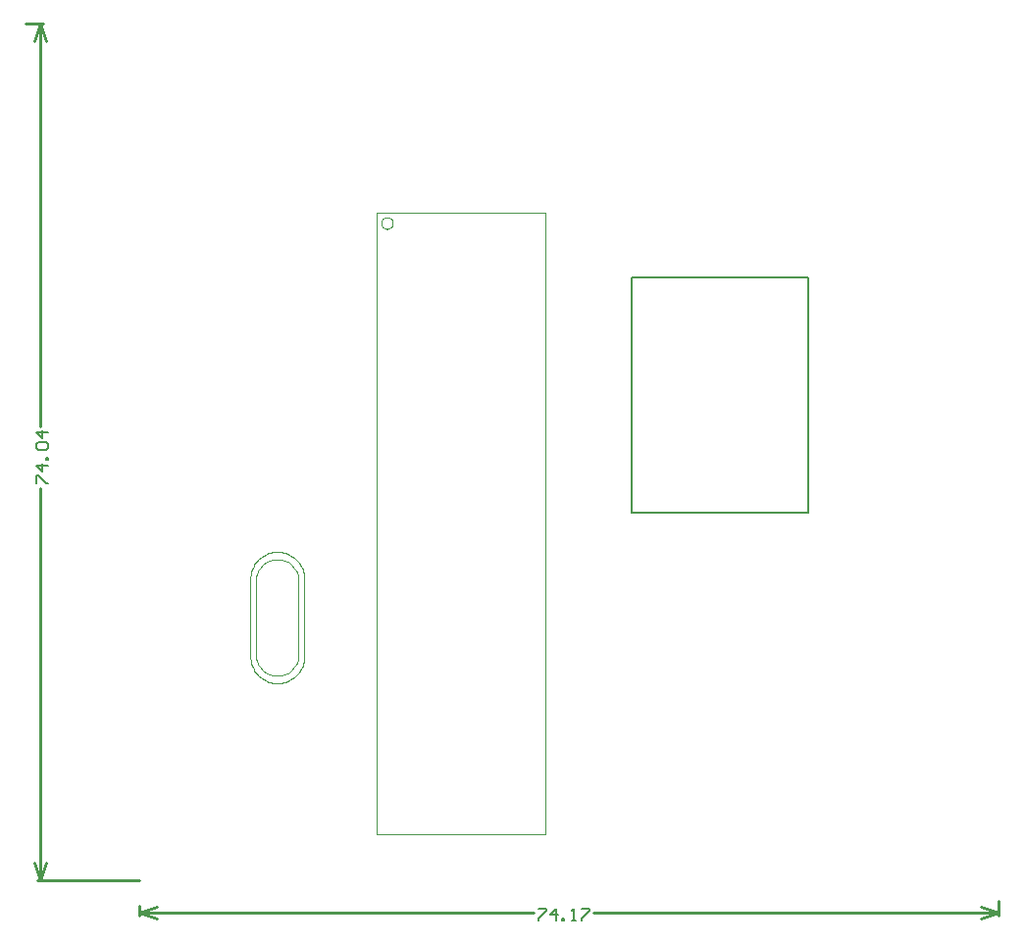
<source format=gbr>
%FSTAX23Y23*%
%MOIN*%
%SFA1B1*%

%IPPOS*%
%ADD39C,0.005000*%
%ADD44C,0.003937*%
%ADD45C,0.010000*%
%ADD47C,0.006000*%
%LNpcb1_mechanical_13-1*%
%LPD*%
G54D39*
X0443Y02285D02*
Y03085D01*
X0383Y02285D02*
X0443D01*
X0383D02*
Y03085D01*
X0443*
G54D44*
X02533Y01798D02*
D01*
X02533Y01791*
X02534Y01785*
X02535Y01779*
X02537Y01772*
X02538Y01766*
X02541Y0176*
X02544Y01755*
X02547Y01749*
X0255Y01744*
X02554Y01739*
X02559Y01734*
X02563Y0173*
X02568Y01725*
X02573Y01722*
X02579Y01718*
X02584Y01715*
X0259Y01713*
X02596Y01711*
X02602Y01709*
X02609Y01707*
X02615Y01707*
X02621Y01706*
X02628*
X02634Y01707*
X0264Y01707*
X02647Y01709*
X02653Y01711*
X02659Y01713*
X02665Y01715*
X0267Y01718*
X02676Y01722*
X02681Y01725*
X02686Y0173*
X0269Y01734*
X02695Y01739*
X02699Y01744*
X02702Y01749*
X02705Y01755*
X02708Y0176*
X02711Y01766*
X02712Y01772*
X02714Y01779*
X02715Y01785*
X02716Y01791*
X02716Y01798*
X02697Y02055D02*
D01*
X02697Y0206*
X02697Y02065*
X02696Y0207*
X02695Y02075*
X02693Y02079*
X02691Y02084*
X02689Y02089*
X02686Y02093*
X02683Y02097*
X0268Y02101*
X02677Y02105*
X02673Y02109*
X02669Y02112*
X02665Y02115*
X02661Y02118*
X02656Y0212*
X02652Y02122*
X02647Y02124*
X02642Y02125*
X02637Y02126*
X02632Y02127*
X02627Y02127*
X02622*
X02617Y02127*
X02612Y02126*
X02607Y02125*
X02602Y02124*
X02597Y02122*
X02593Y0212*
X02588Y02118*
X02584Y02115*
X0258Y02112*
X02576Y02109*
X02572Y02105*
X02569Y02101*
X02566Y02097*
X02563Y02093*
X0256Y02089*
X02558Y02084*
X02556Y02079*
X02554Y02075*
X02553Y0207*
X02552Y02065*
X02552Y0206*
X02552Y02055*
Y01805D02*
D01*
X02552Y01799*
X02552Y01794*
X02553Y01789*
X02554Y01784*
X02556Y0178*
X02558Y01775*
X0256Y0177*
X02563Y01766*
X02566Y01762*
X02569Y01758*
X02572Y01754*
X02576Y0175*
X0258Y01747*
X02584Y01744*
X02588Y01741*
X02593Y01739*
X02597Y01737*
X02602Y01735*
X02607Y01734*
X02612Y01733*
X02617Y01732*
X02622Y01732*
X02627*
X02632Y01732*
X02637Y01733*
X02642Y01734*
X02647Y01735*
X02652Y01737*
X02656Y01739*
X02661Y01741*
X02665Y01744*
X02669Y01747*
X02673Y0175*
X02677Y01754*
X0268Y01758*
X02683Y01762*
X02686Y01766*
X02689Y0177*
X02691Y01775*
X02693Y0178*
X02695Y01784*
X02696Y01789*
X02697Y01794*
X02697Y01799*
X02697Y01805*
X02716Y02061D02*
D01*
X02716Y02068*
X02715Y02074*
X02714Y0208*
X02712Y02087*
X02711Y02093*
X02708Y02099*
X02705Y02104*
X02702Y0211*
X02699Y02115*
X02695Y0212*
X0269Y02125*
X02686Y02129*
X02681Y02134*
X02676Y02137*
X0267Y02141*
X02665Y02144*
X02659Y02146*
X02653Y02148*
X02647Y0215*
X0264Y02152*
X02634Y02152*
X02628Y02153*
X02621*
X02615Y02152*
X02609Y02152*
X02602Y0215*
X02596Y02148*
X0259Y02146*
X02584Y02144*
X02579Y02141*
X02573Y02137*
X02568Y02134*
X02563Y02129*
X02559Y02125*
X02554Y0212*
X0255Y02115*
X02547Y0211*
X02544Y02104*
X02541Y02099*
X02538Y02093*
X02537Y02087*
X02535Y0208*
X02534Y02074*
X02533Y02068*
X02533Y02061*
X03017Y03271D02*
D01*
X03017Y03273*
X03017Y03274*
X03017Y03275*
X03016Y03277*
X03016Y03278*
X03016Y03279*
X03015Y0328*
X03014Y03282*
X03013Y03283*
X03013Y03284*
X03012Y03285*
X03011Y03286*
X0301Y03287*
X03009Y03287*
X03007Y03288*
X03006Y03289*
X03005Y03289*
X03004Y0329*
X03002Y0329*
X03001Y03291*
X03Y03291*
X02998Y03291*
X02997*
X02995Y03291*
X02994Y03291*
X02993Y0329*
X02991Y0329*
X0299Y03289*
X02989Y03289*
X02988Y03288*
X02987Y03287*
X02985Y03287*
X02984Y03286*
X02983Y03285*
X02982Y03284*
X02982Y03283*
X02981Y03282*
X0298Y0328*
X0298Y03279*
X02979Y03278*
X02979Y03277*
X02978Y03275*
X02978Y03274*
X02978Y03273*
X02978Y03271*
X02978Y0327*
X02978Y03268*
X02978Y03267*
X02979Y03266*
X02979Y03264*
X0298Y03263*
X0298Y03262*
X02981Y03261*
X02982Y0326*
X02982Y03258*
X02983Y03257*
X02984Y03257*
X02985Y03256*
X02987Y03255*
X02988Y03254*
X02989Y03253*
X0299Y03253*
X02991Y03252*
X02993Y03252*
X02994Y03252*
X02995Y03252*
X02997Y03251*
X02998*
X03Y03252*
X03001Y03252*
X03002Y03252*
X03004Y03252*
X03005Y03253*
X03006Y03253*
X03007Y03254*
X03009Y03255*
X0301Y03256*
X03011Y03257*
X03012Y03257*
X03013Y03258*
X03013Y0326*
X03014Y03261*
X03015Y03262*
X03016Y03263*
X03016Y03264*
X03016Y03266*
X03017Y03267*
X03017Y03268*
X03017Y0327*
X03017Y03271*
X02697Y01805D02*
Y02063D01*
X02552Y01805D02*
Y02063D01*
X02716Y01798D02*
Y02061D01*
X02533Y01798D02*
Y02061D01*
X02962Y01192D02*
X03537D01*
X02962Y03307D02*
X03537D01*
Y01192D02*
Y03307D01*
X02962Y01192D02*
Y03307D01*
G54D45*
X05075Y00915D02*
Y00965D01*
X02155Y00915D02*
Y0095D01*
X037Y00925D02*
X05075D01*
X02155D02*
X03497D01*
X05015Y00945D02*
X05075Y00925D01*
X05015Y00905D02*
X05075Y00925D01*
X02155D02*
X02215Y00905D01*
X02155Y00925D02*
X02215Y00945D01*
X0177Y0395D02*
X0183D01*
X0181Y01035D02*
X02155D01*
X0182Y02581D02*
Y0395D01*
Y01035D02*
Y02371D01*
X018Y0389D02*
X0182Y0395D01*
X0184Y0389*
X0182Y01035D02*
X0184Y01095D01*
X018D02*
X0182Y01035D01*
G54D47*
X03513Y00939D02*
X03539D01*
Y00932*
X03513Y00906*
Y00899*
X03572D02*
Y00939D01*
X03553Y00919*
X03579*
X03592Y00899D02*
Y00906D01*
X03599*
Y00899*
X03592*
X03625D02*
X03638D01*
X03631*
Y00939*
X03625Y00932*
X03658Y00939D02*
X03684D01*
Y00932*
X03658Y00906*
Y00899*
X01806Y02387D02*
Y02414D01*
X01812*
X01839Y02387*
X01845*
Y02446D02*
X01806D01*
X01826Y02427*
Y02453*
X01845Y02466D02*
X01839D01*
Y02473*
X01845*
Y02466*
X01812Y02499D02*
X01806Y02506D01*
Y02519*
X01812Y02525*
X01839*
X01845Y02519*
Y02506*
X01839Y02499*
X01812*
X01845Y02558D02*
X01806D01*
X01826Y02538*
Y02565*
M02*
</source>
